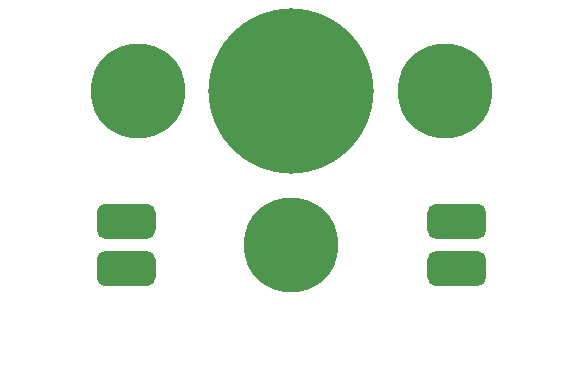
<source format=gbl>
G04 #@! TF.GenerationSoftware,KiCad,Pcbnew,5.1.9+dfsg1-1*
G04 #@! TF.CreationDate,2023-01-27T16:49:02+09:00*
G04 #@! TF.ProjectId,bottom,626f7474-6f6d-42e6-9b69-6361645f7063,rev?*
G04 #@! TF.SameCoordinates,Original*
G04 #@! TF.FileFunction,Copper,L4,Bot*
G04 #@! TF.FilePolarity,Positive*
%FSLAX46Y46*%
G04 Gerber Fmt 4.6, Leading zero omitted, Abs format (unit mm)*
G04 Created by KiCad (PCBNEW 5.1.9+dfsg1-1) date 2023-01-27 16:49:02*
%MOMM*%
%LPD*%
G01*
G04 APERTURE LIST*
G04 #@! TA.AperFunction,ComponentPad*
%ADD10C,8.000000*%
G04 #@! TD*
G04 #@! TA.AperFunction,ComponentPad*
%ADD11C,14.000000*%
G04 #@! TD*
G04 APERTURE END LIST*
D10*
X67000000Y-90000000D03*
X80000000Y-103000000D03*
X93000000Y-90000000D03*
D11*
X80000000Y-90000000D03*
G04 #@! TA.AperFunction,ComponentPad*
G36*
G01*
X64250000Y-99500000D02*
X67750000Y-99500000D01*
G75*
G02*
X68500000Y-100250000I0J-750000D01*
G01*
X68500000Y-101750000D01*
G75*
G02*
X67750000Y-102500000I-750000J0D01*
G01*
X64250000Y-102500000D01*
G75*
G02*
X63500000Y-101750000I0J750000D01*
G01*
X63500000Y-100250000D01*
G75*
G02*
X64250000Y-99500000I750000J0D01*
G01*
G37*
G04 #@! TD.AperFunction*
G04 #@! TA.AperFunction,ComponentPad*
G36*
G01*
X64250000Y-103500000D02*
X67750000Y-103500000D01*
G75*
G02*
X68500000Y-104250000I0J-750000D01*
G01*
X68500000Y-105750000D01*
G75*
G02*
X67750000Y-106500000I-750000J0D01*
G01*
X64250000Y-106500000D01*
G75*
G02*
X63500000Y-105750000I0J750000D01*
G01*
X63500000Y-104250000D01*
G75*
G02*
X64250000Y-103500000I750000J0D01*
G01*
G37*
G04 #@! TD.AperFunction*
G04 #@! TA.AperFunction,ComponentPad*
G36*
G01*
X92250000Y-103500000D02*
X95750000Y-103500000D01*
G75*
G02*
X96500000Y-104250000I0J-750000D01*
G01*
X96500000Y-105750000D01*
G75*
G02*
X95750000Y-106500000I-750000J0D01*
G01*
X92250000Y-106500000D01*
G75*
G02*
X91500000Y-105750000I0J750000D01*
G01*
X91500000Y-104250000D01*
G75*
G02*
X92250000Y-103500000I750000J0D01*
G01*
G37*
G04 #@! TD.AperFunction*
G04 #@! TA.AperFunction,ComponentPad*
G36*
G01*
X92250000Y-99500000D02*
X95750000Y-99500000D01*
G75*
G02*
X96500000Y-100250000I0J-750000D01*
G01*
X96500000Y-101750000D01*
G75*
G02*
X95750000Y-102500000I-750000J0D01*
G01*
X92250000Y-102500000D01*
G75*
G02*
X91500000Y-101750000I0J750000D01*
G01*
X91500000Y-100250000D01*
G75*
G02*
X92250000Y-99500000I750000J0D01*
G01*
G37*
G04 #@! TD.AperFunction*
M02*

</source>
